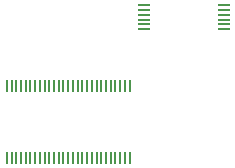
<source format=gbr>
G04 #@! TF.GenerationSoftware,KiCad,Pcbnew,(5.1.5)-3*
G04 #@! TF.CreationDate,2020-10-07T11:53:22+09:00*
G04 #@! TF.ProjectId,Flex Cable,466c6578-2043-4616-926c-652e6b696361,rev?*
G04 #@! TF.SameCoordinates,Original*
G04 #@! TF.FileFunction,Paste,Bot*
G04 #@! TF.FilePolarity,Positive*
%FSLAX46Y46*%
G04 Gerber Fmt 4.6, Leading zero omitted, Abs format (unit mm)*
G04 Created by KiCad (PCBNEW (5.1.5)-3) date 2020-10-07 11:53:22*
%MOMM*%
%LPD*%
G04 APERTURE LIST*
%ADD10R,1.000000X0.200000*%
%ADD11R,0.200000X1.000000*%
G04 APERTURE END LIST*
D10*
X148460460Y-89973400D03*
X148460460Y-90373400D03*
X148460460Y-90773400D03*
X148460460Y-91173400D03*
X148460460Y-91573400D03*
X148460460Y-91973400D03*
X141719300Y-89972080D03*
X141719300Y-90372080D03*
X141719300Y-90772080D03*
X141719300Y-91172080D03*
X141719300Y-91572080D03*
X141719300Y-91972080D03*
D11*
X140494000Y-102901880D03*
X140094000Y-102901880D03*
X139694000Y-102901880D03*
X138894000Y-102901880D03*
X138094000Y-102901880D03*
X139294000Y-102901880D03*
X137694000Y-102901880D03*
X137294000Y-102901880D03*
X136894000Y-102901880D03*
X136494000Y-102901880D03*
X136094000Y-102901880D03*
X135694000Y-102901880D03*
X138494000Y-102901880D03*
X130094000Y-102901880D03*
X130494000Y-102901880D03*
X130894000Y-102901880D03*
X131294000Y-102901880D03*
X131694000Y-102901880D03*
X132094000Y-102901880D03*
X132494000Y-102901880D03*
X132894000Y-102901880D03*
X133294000Y-102901880D03*
X133694000Y-102901880D03*
X134094000Y-102901880D03*
X134494000Y-102901880D03*
X134894000Y-102901880D03*
X135294000Y-102901880D03*
X140494000Y-96774000D03*
X140094000Y-96774000D03*
X139694000Y-96774000D03*
X138894000Y-96774000D03*
X138094000Y-96774000D03*
X139294000Y-96774000D03*
X137694000Y-96774000D03*
X137294000Y-96774000D03*
X136894000Y-96774000D03*
X136494000Y-96774000D03*
X136094000Y-96774000D03*
X135694000Y-96774000D03*
X138494000Y-96774000D03*
X130094000Y-96774000D03*
X130494000Y-96774000D03*
X130894000Y-96774000D03*
X131294000Y-96774000D03*
X131694000Y-96774000D03*
X132094000Y-96774000D03*
X132494000Y-96774000D03*
X132894000Y-96774000D03*
X133294000Y-96774000D03*
X133694000Y-96774000D03*
X134094000Y-96774000D03*
X134494000Y-96774000D03*
X134894000Y-96774000D03*
X135294000Y-96774000D03*
M02*

</source>
